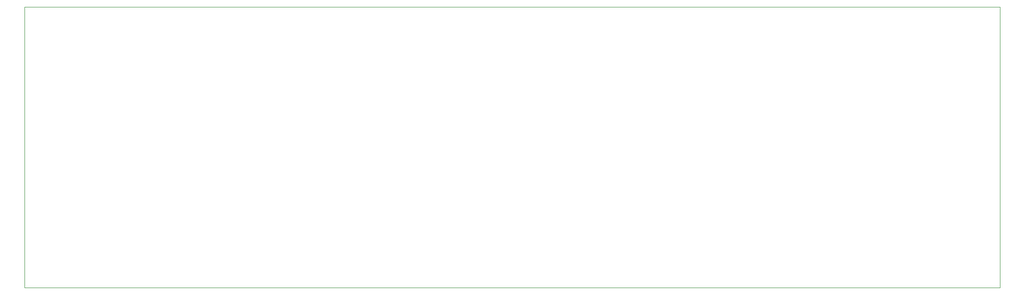
<source format=gm1>
%TF.GenerationSoftware,KiCad,Pcbnew,6.0.2-378541a8eb~116~ubuntu20.04.1*%
%TF.CreationDate,2022-03-18T17:48:32-05:00*%
%TF.ProjectId,mother,6d6f7468-6572-42e6-9b69-6361645f7063,rev?*%
%TF.SameCoordinates,Original*%
%TF.FileFunction,Profile,NP*%
%FSLAX46Y46*%
G04 Gerber Fmt 4.6, Leading zero omitted, Abs format (unit mm)*
G04 Created by KiCad (PCBNEW 6.0.2-378541a8eb~116~ubuntu20.04.1) date 2022-03-18 17:48:32*
%MOMM*%
%LPD*%
G01*
G04 APERTURE LIST*
%TA.AperFunction,Profile*%
%ADD10C,0.050000*%
%TD*%
G04 APERTURE END LIST*
D10*
X41275000Y-67945000D02*
X219710000Y-67945000D01*
X219710000Y-67945000D02*
X219710000Y-119380000D01*
X219710000Y-119380000D02*
X41275000Y-119380000D01*
X41275000Y-119380000D02*
X41275000Y-67945000D01*
M02*

</source>
